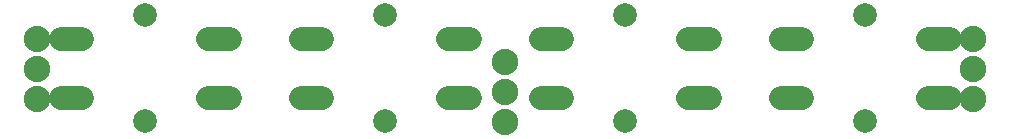
<source format=gts>
G75*
%MOIN*%
%OFA0B0*%
%FSLAX25Y25*%
%IPPOS*%
%LPD*%
%AMOC8*
5,1,8,0,0,1.08239X$1,22.5*
%
%ADD10C,0.07850*%
%ADD11C,0.07887*%
%ADD12C,0.07900*%
%ADD13C,0.08800*%
D10*
X0017741Y0020474D02*
X0024791Y0020474D01*
X0066941Y0020474D02*
X0073991Y0020474D01*
X0097739Y0020474D02*
X0104789Y0020474D01*
X0146939Y0020474D02*
X0153989Y0020474D01*
X0177736Y0020474D02*
X0184786Y0020474D01*
X0226936Y0020474D02*
X0233986Y0020474D01*
X0257741Y0020474D02*
X0264791Y0020474D01*
X0306941Y0020474D02*
X0313991Y0020474D01*
X0313991Y0040074D02*
X0306941Y0040074D01*
X0264791Y0040074D02*
X0257741Y0040074D01*
X0233986Y0040074D02*
X0226936Y0040074D01*
X0184786Y0040074D02*
X0177736Y0040074D01*
X0153989Y0040074D02*
X0146939Y0040074D01*
X0104789Y0040074D02*
X0097739Y0040074D01*
X0073991Y0040074D02*
X0066941Y0040074D01*
X0024791Y0040074D02*
X0017741Y0040074D01*
D11*
X0045866Y0012574D03*
X0125864Y0012574D03*
X0205861Y0012574D03*
X0285866Y0012574D03*
D12*
X0285866Y0047974D03*
X0205861Y0047974D03*
X0125864Y0047974D03*
X0045866Y0047974D03*
D13*
X0009888Y0040112D03*
X0009888Y0030112D03*
X0009888Y0020112D03*
X0165888Y0022202D03*
X0165888Y0012202D03*
X0165888Y0032202D03*
X0321889Y0030083D03*
X0321889Y0020083D03*
X0321889Y0040083D03*
M02*

</source>
